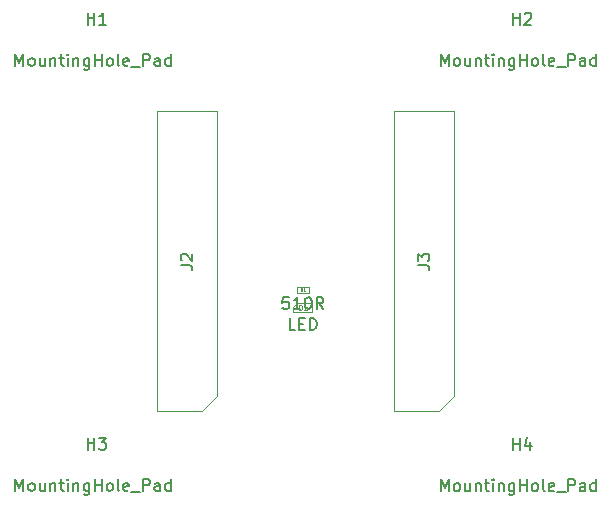
<source format=gbr>
G04 #@! TF.GenerationSoftware,KiCad,Pcbnew,(5.1.6)-1*
G04 #@! TF.CreationDate,2020-11-06T20:31:42+01:00*
G04 #@! TF.ProjectId,DynOSSAT-EDU-HeaderAdapter,44796e4f-5353-4415-942d-4544552d4865,rev?*
G04 #@! TF.SameCoordinates,Original*
G04 #@! TF.FileFunction,Other,Fab,Top*
%FSLAX46Y46*%
G04 Gerber Fmt 4.6, Leading zero omitted, Abs format (unit mm)*
G04 Created by KiCad (PCBNEW (5.1.6)-1) date 2020-11-06 20:31:42*
%MOMM*%
%LPD*%
G01*
G04 APERTURE LIST*
%ADD10C,0.100000*%
%ADD11C,0.150000*%
%ADD12C,0.060000*%
%ADD13C,0.040000*%
G04 APERTURE END LIST*
D10*
X127863600Y-116789200D02*
X126593600Y-118059200D01*
X127863600Y-92659200D02*
X127863600Y-116789200D01*
X122783600Y-92659200D02*
X127863600Y-92659200D01*
X122783600Y-118059200D02*
X122783600Y-92659200D01*
X126593600Y-118059200D02*
X122783600Y-118059200D01*
X146659600Y-118059200D02*
X142849600Y-118059200D01*
X142849600Y-118059200D02*
X142849600Y-92659200D01*
X142849600Y-92659200D02*
X147929600Y-92659200D01*
X147929600Y-92659200D02*
X147929600Y-116789200D01*
X147929600Y-116789200D02*
X146659600Y-118059200D01*
X135928000Y-109683000D02*
X135928000Y-108883000D01*
X134328000Y-109683000D02*
X135928000Y-109683000D01*
X134328000Y-109183000D02*
X134328000Y-109683000D01*
X134628000Y-108883000D02*
X134328000Y-109183000D01*
X135928000Y-108883000D02*
X134628000Y-108883000D01*
X135628000Y-108009000D02*
X134628000Y-108009000D01*
X135628000Y-107509000D02*
X135628000Y-108009000D01*
X134628000Y-107509000D02*
X135628000Y-107509000D01*
X134628000Y-108009000D02*
X134628000Y-107509000D01*
D11*
X146794571Y-88810580D02*
X146794571Y-87810580D01*
X147127904Y-88524866D01*
X147461238Y-87810580D01*
X147461238Y-88810580D01*
X148080285Y-88810580D02*
X147985047Y-88762961D01*
X147937428Y-88715342D01*
X147889809Y-88620104D01*
X147889809Y-88334390D01*
X147937428Y-88239152D01*
X147985047Y-88191533D01*
X148080285Y-88143914D01*
X148223142Y-88143914D01*
X148318380Y-88191533D01*
X148366000Y-88239152D01*
X148413619Y-88334390D01*
X148413619Y-88620104D01*
X148366000Y-88715342D01*
X148318380Y-88762961D01*
X148223142Y-88810580D01*
X148080285Y-88810580D01*
X149270761Y-88143914D02*
X149270761Y-88810580D01*
X148842190Y-88143914D02*
X148842190Y-88667723D01*
X148889809Y-88762961D01*
X148985047Y-88810580D01*
X149127904Y-88810580D01*
X149223142Y-88762961D01*
X149270761Y-88715342D01*
X149746952Y-88143914D02*
X149746952Y-88810580D01*
X149746952Y-88239152D02*
X149794571Y-88191533D01*
X149889809Y-88143914D01*
X150032666Y-88143914D01*
X150127904Y-88191533D01*
X150175523Y-88286771D01*
X150175523Y-88810580D01*
X150508857Y-88143914D02*
X150889809Y-88143914D01*
X150651714Y-87810580D02*
X150651714Y-88667723D01*
X150699333Y-88762961D01*
X150794571Y-88810580D01*
X150889809Y-88810580D01*
X151223142Y-88810580D02*
X151223142Y-88143914D01*
X151223142Y-87810580D02*
X151175523Y-87858200D01*
X151223142Y-87905819D01*
X151270761Y-87858200D01*
X151223142Y-87810580D01*
X151223142Y-87905819D01*
X151699333Y-88143914D02*
X151699333Y-88810580D01*
X151699333Y-88239152D02*
X151746952Y-88191533D01*
X151842190Y-88143914D01*
X151985047Y-88143914D01*
X152080285Y-88191533D01*
X152127904Y-88286771D01*
X152127904Y-88810580D01*
X153032666Y-88143914D02*
X153032666Y-88953438D01*
X152985047Y-89048676D01*
X152937428Y-89096295D01*
X152842190Y-89143914D01*
X152699333Y-89143914D01*
X152604095Y-89096295D01*
X153032666Y-88762961D02*
X152937428Y-88810580D01*
X152746952Y-88810580D01*
X152651714Y-88762961D01*
X152604095Y-88715342D01*
X152556476Y-88620104D01*
X152556476Y-88334390D01*
X152604095Y-88239152D01*
X152651714Y-88191533D01*
X152746952Y-88143914D01*
X152937428Y-88143914D01*
X153032666Y-88191533D01*
X153508857Y-88810580D02*
X153508857Y-87810580D01*
X153508857Y-88286771D02*
X154080285Y-88286771D01*
X154080285Y-88810580D02*
X154080285Y-87810580D01*
X154699333Y-88810580D02*
X154604095Y-88762961D01*
X154556476Y-88715342D01*
X154508857Y-88620104D01*
X154508857Y-88334390D01*
X154556476Y-88239152D01*
X154604095Y-88191533D01*
X154699333Y-88143914D01*
X154842190Y-88143914D01*
X154937428Y-88191533D01*
X154985047Y-88239152D01*
X155032666Y-88334390D01*
X155032666Y-88620104D01*
X154985047Y-88715342D01*
X154937428Y-88762961D01*
X154842190Y-88810580D01*
X154699333Y-88810580D01*
X155604095Y-88810580D02*
X155508857Y-88762961D01*
X155461238Y-88667723D01*
X155461238Y-87810580D01*
X156366000Y-88762961D02*
X156270761Y-88810580D01*
X156080285Y-88810580D01*
X155985047Y-88762961D01*
X155937428Y-88667723D01*
X155937428Y-88286771D01*
X155985047Y-88191533D01*
X156080285Y-88143914D01*
X156270761Y-88143914D01*
X156366000Y-88191533D01*
X156413619Y-88286771D01*
X156413619Y-88382009D01*
X155937428Y-88477247D01*
X156604095Y-88905819D02*
X157366000Y-88905819D01*
X157604095Y-88810580D02*
X157604095Y-87810580D01*
X157985047Y-87810580D01*
X158080285Y-87858200D01*
X158127904Y-87905819D01*
X158175523Y-88001057D01*
X158175523Y-88143914D01*
X158127904Y-88239152D01*
X158080285Y-88286771D01*
X157985047Y-88334390D01*
X157604095Y-88334390D01*
X159032666Y-88810580D02*
X159032666Y-88286771D01*
X158985047Y-88191533D01*
X158889809Y-88143914D01*
X158699333Y-88143914D01*
X158604095Y-88191533D01*
X159032666Y-88762961D02*
X158937428Y-88810580D01*
X158699333Y-88810580D01*
X158604095Y-88762961D01*
X158556476Y-88667723D01*
X158556476Y-88572485D01*
X158604095Y-88477247D01*
X158699333Y-88429628D01*
X158937428Y-88429628D01*
X159032666Y-88382009D01*
X159937428Y-88810580D02*
X159937428Y-87810580D01*
X159937428Y-88762961D02*
X159842190Y-88810580D01*
X159651714Y-88810580D01*
X159556476Y-88762961D01*
X159508857Y-88715342D01*
X159461238Y-88620104D01*
X159461238Y-88334390D01*
X159508857Y-88239152D01*
X159556476Y-88191533D01*
X159651714Y-88143914D01*
X159842190Y-88143914D01*
X159937428Y-88191533D01*
X152904095Y-85310580D02*
X152904095Y-84310580D01*
X152904095Y-84786771D02*
X153475523Y-84786771D01*
X153475523Y-85310580D02*
X153475523Y-84310580D01*
X153904095Y-84405819D02*
X153951714Y-84358200D01*
X154046952Y-84310580D01*
X154285047Y-84310580D01*
X154380285Y-84358200D01*
X154427904Y-84405819D01*
X154475523Y-84501057D01*
X154475523Y-84596295D01*
X154427904Y-84739152D01*
X153856476Y-85310580D01*
X154475523Y-85310580D01*
X146794571Y-124805580D02*
X146794571Y-123805580D01*
X147127904Y-124519866D01*
X147461238Y-123805580D01*
X147461238Y-124805580D01*
X148080285Y-124805580D02*
X147985047Y-124757961D01*
X147937428Y-124710342D01*
X147889809Y-124615104D01*
X147889809Y-124329390D01*
X147937428Y-124234152D01*
X147985047Y-124186533D01*
X148080285Y-124138914D01*
X148223142Y-124138914D01*
X148318380Y-124186533D01*
X148366000Y-124234152D01*
X148413619Y-124329390D01*
X148413619Y-124615104D01*
X148366000Y-124710342D01*
X148318380Y-124757961D01*
X148223142Y-124805580D01*
X148080285Y-124805580D01*
X149270761Y-124138914D02*
X149270761Y-124805580D01*
X148842190Y-124138914D02*
X148842190Y-124662723D01*
X148889809Y-124757961D01*
X148985047Y-124805580D01*
X149127904Y-124805580D01*
X149223142Y-124757961D01*
X149270761Y-124710342D01*
X149746952Y-124138914D02*
X149746952Y-124805580D01*
X149746952Y-124234152D02*
X149794571Y-124186533D01*
X149889809Y-124138914D01*
X150032666Y-124138914D01*
X150127904Y-124186533D01*
X150175523Y-124281771D01*
X150175523Y-124805580D01*
X150508857Y-124138914D02*
X150889809Y-124138914D01*
X150651714Y-123805580D02*
X150651714Y-124662723D01*
X150699333Y-124757961D01*
X150794571Y-124805580D01*
X150889809Y-124805580D01*
X151223142Y-124805580D02*
X151223142Y-124138914D01*
X151223142Y-123805580D02*
X151175523Y-123853200D01*
X151223142Y-123900819D01*
X151270761Y-123853200D01*
X151223142Y-123805580D01*
X151223142Y-123900819D01*
X151699333Y-124138914D02*
X151699333Y-124805580D01*
X151699333Y-124234152D02*
X151746952Y-124186533D01*
X151842190Y-124138914D01*
X151985047Y-124138914D01*
X152080285Y-124186533D01*
X152127904Y-124281771D01*
X152127904Y-124805580D01*
X153032666Y-124138914D02*
X153032666Y-124948438D01*
X152985047Y-125043676D01*
X152937428Y-125091295D01*
X152842190Y-125138914D01*
X152699333Y-125138914D01*
X152604095Y-125091295D01*
X153032666Y-124757961D02*
X152937428Y-124805580D01*
X152746952Y-124805580D01*
X152651714Y-124757961D01*
X152604095Y-124710342D01*
X152556476Y-124615104D01*
X152556476Y-124329390D01*
X152604095Y-124234152D01*
X152651714Y-124186533D01*
X152746952Y-124138914D01*
X152937428Y-124138914D01*
X153032666Y-124186533D01*
X153508857Y-124805580D02*
X153508857Y-123805580D01*
X153508857Y-124281771D02*
X154080285Y-124281771D01*
X154080285Y-124805580D02*
X154080285Y-123805580D01*
X154699333Y-124805580D02*
X154604095Y-124757961D01*
X154556476Y-124710342D01*
X154508857Y-124615104D01*
X154508857Y-124329390D01*
X154556476Y-124234152D01*
X154604095Y-124186533D01*
X154699333Y-124138914D01*
X154842190Y-124138914D01*
X154937428Y-124186533D01*
X154985047Y-124234152D01*
X155032666Y-124329390D01*
X155032666Y-124615104D01*
X154985047Y-124710342D01*
X154937428Y-124757961D01*
X154842190Y-124805580D01*
X154699333Y-124805580D01*
X155604095Y-124805580D02*
X155508857Y-124757961D01*
X155461238Y-124662723D01*
X155461238Y-123805580D01*
X156366000Y-124757961D02*
X156270761Y-124805580D01*
X156080285Y-124805580D01*
X155985047Y-124757961D01*
X155937428Y-124662723D01*
X155937428Y-124281771D01*
X155985047Y-124186533D01*
X156080285Y-124138914D01*
X156270761Y-124138914D01*
X156366000Y-124186533D01*
X156413619Y-124281771D01*
X156413619Y-124377009D01*
X155937428Y-124472247D01*
X156604095Y-124900819D02*
X157366000Y-124900819D01*
X157604095Y-124805580D02*
X157604095Y-123805580D01*
X157985047Y-123805580D01*
X158080285Y-123853200D01*
X158127904Y-123900819D01*
X158175523Y-123996057D01*
X158175523Y-124138914D01*
X158127904Y-124234152D01*
X158080285Y-124281771D01*
X157985047Y-124329390D01*
X157604095Y-124329390D01*
X159032666Y-124805580D02*
X159032666Y-124281771D01*
X158985047Y-124186533D01*
X158889809Y-124138914D01*
X158699333Y-124138914D01*
X158604095Y-124186533D01*
X159032666Y-124757961D02*
X158937428Y-124805580D01*
X158699333Y-124805580D01*
X158604095Y-124757961D01*
X158556476Y-124662723D01*
X158556476Y-124567485D01*
X158604095Y-124472247D01*
X158699333Y-124424628D01*
X158937428Y-124424628D01*
X159032666Y-124377009D01*
X159937428Y-124805580D02*
X159937428Y-123805580D01*
X159937428Y-124757961D02*
X159842190Y-124805580D01*
X159651714Y-124805580D01*
X159556476Y-124757961D01*
X159508857Y-124710342D01*
X159461238Y-124615104D01*
X159461238Y-124329390D01*
X159508857Y-124234152D01*
X159556476Y-124186533D01*
X159651714Y-124138914D01*
X159842190Y-124138914D01*
X159937428Y-124186533D01*
X152904095Y-121305580D02*
X152904095Y-120305580D01*
X152904095Y-120781771D02*
X153475523Y-120781771D01*
X153475523Y-121305580D02*
X153475523Y-120305580D01*
X154380285Y-120638914D02*
X154380285Y-121305580D01*
X154142190Y-120257961D02*
X153904095Y-120972247D01*
X154523142Y-120972247D01*
X110792571Y-124795580D02*
X110792571Y-123795580D01*
X111125904Y-124509866D01*
X111459238Y-123795580D01*
X111459238Y-124795580D01*
X112078285Y-124795580D02*
X111983047Y-124747961D01*
X111935428Y-124700342D01*
X111887809Y-124605104D01*
X111887809Y-124319390D01*
X111935428Y-124224152D01*
X111983047Y-124176533D01*
X112078285Y-124128914D01*
X112221142Y-124128914D01*
X112316380Y-124176533D01*
X112364000Y-124224152D01*
X112411619Y-124319390D01*
X112411619Y-124605104D01*
X112364000Y-124700342D01*
X112316380Y-124747961D01*
X112221142Y-124795580D01*
X112078285Y-124795580D01*
X113268761Y-124128914D02*
X113268761Y-124795580D01*
X112840190Y-124128914D02*
X112840190Y-124652723D01*
X112887809Y-124747961D01*
X112983047Y-124795580D01*
X113125904Y-124795580D01*
X113221142Y-124747961D01*
X113268761Y-124700342D01*
X113744952Y-124128914D02*
X113744952Y-124795580D01*
X113744952Y-124224152D02*
X113792571Y-124176533D01*
X113887809Y-124128914D01*
X114030666Y-124128914D01*
X114125904Y-124176533D01*
X114173523Y-124271771D01*
X114173523Y-124795580D01*
X114506857Y-124128914D02*
X114887809Y-124128914D01*
X114649714Y-123795580D02*
X114649714Y-124652723D01*
X114697333Y-124747961D01*
X114792571Y-124795580D01*
X114887809Y-124795580D01*
X115221142Y-124795580D02*
X115221142Y-124128914D01*
X115221142Y-123795580D02*
X115173523Y-123843200D01*
X115221142Y-123890819D01*
X115268761Y-123843200D01*
X115221142Y-123795580D01*
X115221142Y-123890819D01*
X115697333Y-124128914D02*
X115697333Y-124795580D01*
X115697333Y-124224152D02*
X115744952Y-124176533D01*
X115840190Y-124128914D01*
X115983047Y-124128914D01*
X116078285Y-124176533D01*
X116125904Y-124271771D01*
X116125904Y-124795580D01*
X117030666Y-124128914D02*
X117030666Y-124938438D01*
X116983047Y-125033676D01*
X116935428Y-125081295D01*
X116840190Y-125128914D01*
X116697333Y-125128914D01*
X116602095Y-125081295D01*
X117030666Y-124747961D02*
X116935428Y-124795580D01*
X116744952Y-124795580D01*
X116649714Y-124747961D01*
X116602095Y-124700342D01*
X116554476Y-124605104D01*
X116554476Y-124319390D01*
X116602095Y-124224152D01*
X116649714Y-124176533D01*
X116744952Y-124128914D01*
X116935428Y-124128914D01*
X117030666Y-124176533D01*
X117506857Y-124795580D02*
X117506857Y-123795580D01*
X117506857Y-124271771D02*
X118078285Y-124271771D01*
X118078285Y-124795580D02*
X118078285Y-123795580D01*
X118697333Y-124795580D02*
X118602095Y-124747961D01*
X118554476Y-124700342D01*
X118506857Y-124605104D01*
X118506857Y-124319390D01*
X118554476Y-124224152D01*
X118602095Y-124176533D01*
X118697333Y-124128914D01*
X118840190Y-124128914D01*
X118935428Y-124176533D01*
X118983047Y-124224152D01*
X119030666Y-124319390D01*
X119030666Y-124605104D01*
X118983047Y-124700342D01*
X118935428Y-124747961D01*
X118840190Y-124795580D01*
X118697333Y-124795580D01*
X119602095Y-124795580D02*
X119506857Y-124747961D01*
X119459238Y-124652723D01*
X119459238Y-123795580D01*
X120364000Y-124747961D02*
X120268761Y-124795580D01*
X120078285Y-124795580D01*
X119983047Y-124747961D01*
X119935428Y-124652723D01*
X119935428Y-124271771D01*
X119983047Y-124176533D01*
X120078285Y-124128914D01*
X120268761Y-124128914D01*
X120364000Y-124176533D01*
X120411619Y-124271771D01*
X120411619Y-124367009D01*
X119935428Y-124462247D01*
X120602095Y-124890819D02*
X121364000Y-124890819D01*
X121602095Y-124795580D02*
X121602095Y-123795580D01*
X121983047Y-123795580D01*
X122078285Y-123843200D01*
X122125904Y-123890819D01*
X122173523Y-123986057D01*
X122173523Y-124128914D01*
X122125904Y-124224152D01*
X122078285Y-124271771D01*
X121983047Y-124319390D01*
X121602095Y-124319390D01*
X123030666Y-124795580D02*
X123030666Y-124271771D01*
X122983047Y-124176533D01*
X122887809Y-124128914D01*
X122697333Y-124128914D01*
X122602095Y-124176533D01*
X123030666Y-124747961D02*
X122935428Y-124795580D01*
X122697333Y-124795580D01*
X122602095Y-124747961D01*
X122554476Y-124652723D01*
X122554476Y-124557485D01*
X122602095Y-124462247D01*
X122697333Y-124414628D01*
X122935428Y-124414628D01*
X123030666Y-124367009D01*
X123935428Y-124795580D02*
X123935428Y-123795580D01*
X123935428Y-124747961D02*
X123840190Y-124795580D01*
X123649714Y-124795580D01*
X123554476Y-124747961D01*
X123506857Y-124700342D01*
X123459238Y-124605104D01*
X123459238Y-124319390D01*
X123506857Y-124224152D01*
X123554476Y-124176533D01*
X123649714Y-124128914D01*
X123840190Y-124128914D01*
X123935428Y-124176533D01*
X116902095Y-121295580D02*
X116902095Y-120295580D01*
X116902095Y-120771771D02*
X117473523Y-120771771D01*
X117473523Y-121295580D02*
X117473523Y-120295580D01*
X117854476Y-120295580D02*
X118473523Y-120295580D01*
X118140190Y-120676533D01*
X118283047Y-120676533D01*
X118378285Y-120724152D01*
X118425904Y-120771771D01*
X118473523Y-120867009D01*
X118473523Y-121105104D01*
X118425904Y-121200342D01*
X118378285Y-121247961D01*
X118283047Y-121295580D01*
X117997333Y-121295580D01*
X117902095Y-121247961D01*
X117854476Y-121200342D01*
X110792571Y-88810580D02*
X110792571Y-87810580D01*
X111125904Y-88524866D01*
X111459238Y-87810580D01*
X111459238Y-88810580D01*
X112078285Y-88810580D02*
X111983047Y-88762961D01*
X111935428Y-88715342D01*
X111887809Y-88620104D01*
X111887809Y-88334390D01*
X111935428Y-88239152D01*
X111983047Y-88191533D01*
X112078285Y-88143914D01*
X112221142Y-88143914D01*
X112316380Y-88191533D01*
X112364000Y-88239152D01*
X112411619Y-88334390D01*
X112411619Y-88620104D01*
X112364000Y-88715342D01*
X112316380Y-88762961D01*
X112221142Y-88810580D01*
X112078285Y-88810580D01*
X113268761Y-88143914D02*
X113268761Y-88810580D01*
X112840190Y-88143914D02*
X112840190Y-88667723D01*
X112887809Y-88762961D01*
X112983047Y-88810580D01*
X113125904Y-88810580D01*
X113221142Y-88762961D01*
X113268761Y-88715342D01*
X113744952Y-88143914D02*
X113744952Y-88810580D01*
X113744952Y-88239152D02*
X113792571Y-88191533D01*
X113887809Y-88143914D01*
X114030666Y-88143914D01*
X114125904Y-88191533D01*
X114173523Y-88286771D01*
X114173523Y-88810580D01*
X114506857Y-88143914D02*
X114887809Y-88143914D01*
X114649714Y-87810580D02*
X114649714Y-88667723D01*
X114697333Y-88762961D01*
X114792571Y-88810580D01*
X114887809Y-88810580D01*
X115221142Y-88810580D02*
X115221142Y-88143914D01*
X115221142Y-87810580D02*
X115173523Y-87858200D01*
X115221142Y-87905819D01*
X115268761Y-87858200D01*
X115221142Y-87810580D01*
X115221142Y-87905819D01*
X115697333Y-88143914D02*
X115697333Y-88810580D01*
X115697333Y-88239152D02*
X115744952Y-88191533D01*
X115840190Y-88143914D01*
X115983047Y-88143914D01*
X116078285Y-88191533D01*
X116125904Y-88286771D01*
X116125904Y-88810580D01*
X117030666Y-88143914D02*
X117030666Y-88953438D01*
X116983047Y-89048676D01*
X116935428Y-89096295D01*
X116840190Y-89143914D01*
X116697333Y-89143914D01*
X116602095Y-89096295D01*
X117030666Y-88762961D02*
X116935428Y-88810580D01*
X116744952Y-88810580D01*
X116649714Y-88762961D01*
X116602095Y-88715342D01*
X116554476Y-88620104D01*
X116554476Y-88334390D01*
X116602095Y-88239152D01*
X116649714Y-88191533D01*
X116744952Y-88143914D01*
X116935428Y-88143914D01*
X117030666Y-88191533D01*
X117506857Y-88810580D02*
X117506857Y-87810580D01*
X117506857Y-88286771D02*
X118078285Y-88286771D01*
X118078285Y-88810580D02*
X118078285Y-87810580D01*
X118697333Y-88810580D02*
X118602095Y-88762961D01*
X118554476Y-88715342D01*
X118506857Y-88620104D01*
X118506857Y-88334390D01*
X118554476Y-88239152D01*
X118602095Y-88191533D01*
X118697333Y-88143914D01*
X118840190Y-88143914D01*
X118935428Y-88191533D01*
X118983047Y-88239152D01*
X119030666Y-88334390D01*
X119030666Y-88620104D01*
X118983047Y-88715342D01*
X118935428Y-88762961D01*
X118840190Y-88810580D01*
X118697333Y-88810580D01*
X119602095Y-88810580D02*
X119506857Y-88762961D01*
X119459238Y-88667723D01*
X119459238Y-87810580D01*
X120364000Y-88762961D02*
X120268761Y-88810580D01*
X120078285Y-88810580D01*
X119983047Y-88762961D01*
X119935428Y-88667723D01*
X119935428Y-88286771D01*
X119983047Y-88191533D01*
X120078285Y-88143914D01*
X120268761Y-88143914D01*
X120364000Y-88191533D01*
X120411619Y-88286771D01*
X120411619Y-88382009D01*
X119935428Y-88477247D01*
X120602095Y-88905819D02*
X121364000Y-88905819D01*
X121602095Y-88810580D02*
X121602095Y-87810580D01*
X121983047Y-87810580D01*
X122078285Y-87858200D01*
X122125904Y-87905819D01*
X122173523Y-88001057D01*
X122173523Y-88143914D01*
X122125904Y-88239152D01*
X122078285Y-88286771D01*
X121983047Y-88334390D01*
X121602095Y-88334390D01*
X123030666Y-88810580D02*
X123030666Y-88286771D01*
X122983047Y-88191533D01*
X122887809Y-88143914D01*
X122697333Y-88143914D01*
X122602095Y-88191533D01*
X123030666Y-88762961D02*
X122935428Y-88810580D01*
X122697333Y-88810580D01*
X122602095Y-88762961D01*
X122554476Y-88667723D01*
X122554476Y-88572485D01*
X122602095Y-88477247D01*
X122697333Y-88429628D01*
X122935428Y-88429628D01*
X123030666Y-88382009D01*
X123935428Y-88810580D02*
X123935428Y-87810580D01*
X123935428Y-88762961D02*
X123840190Y-88810580D01*
X123649714Y-88810580D01*
X123554476Y-88762961D01*
X123506857Y-88715342D01*
X123459238Y-88620104D01*
X123459238Y-88334390D01*
X123506857Y-88239152D01*
X123554476Y-88191533D01*
X123649714Y-88143914D01*
X123840190Y-88143914D01*
X123935428Y-88191533D01*
X116902095Y-85310580D02*
X116902095Y-84310580D01*
X116902095Y-84786771D02*
X117473523Y-84786771D01*
X117473523Y-85310580D02*
X117473523Y-84310580D01*
X118473523Y-85310580D02*
X117902095Y-85310580D01*
X118187809Y-85310580D02*
X118187809Y-84310580D01*
X118092571Y-84453438D01*
X117997333Y-84548676D01*
X117902095Y-84596295D01*
X124775980Y-105692533D02*
X125490266Y-105692533D01*
X125633123Y-105740152D01*
X125728361Y-105835390D01*
X125775980Y-105978247D01*
X125775980Y-106073485D01*
X124871219Y-105263961D02*
X124823600Y-105216342D01*
X124775980Y-105121104D01*
X124775980Y-104883009D01*
X124823600Y-104787771D01*
X124871219Y-104740152D01*
X124966457Y-104692533D01*
X125061695Y-104692533D01*
X125204552Y-104740152D01*
X125775980Y-105311580D01*
X125775980Y-104692533D01*
X144841980Y-105692533D02*
X145556266Y-105692533D01*
X145699123Y-105740152D01*
X145794361Y-105835390D01*
X145841980Y-105978247D01*
X145841980Y-106073485D01*
X144841980Y-105311580D02*
X144841980Y-104692533D01*
X145222933Y-105025866D01*
X145222933Y-104883009D01*
X145270552Y-104787771D01*
X145318171Y-104740152D01*
X145413409Y-104692533D01*
X145651504Y-104692533D01*
X145746742Y-104740152D01*
X145794361Y-104787771D01*
X145841980Y-104883009D01*
X145841980Y-105168723D01*
X145794361Y-105263961D01*
X145746742Y-105311580D01*
X134485142Y-111165380D02*
X134008952Y-111165380D01*
X134008952Y-110165380D01*
X134818476Y-110641571D02*
X135151809Y-110641571D01*
X135294666Y-111165380D02*
X134818476Y-111165380D01*
X134818476Y-110165380D01*
X135294666Y-110165380D01*
X135723238Y-111165380D02*
X135723238Y-110165380D01*
X135961333Y-110165380D01*
X136104190Y-110213000D01*
X136199428Y-110308238D01*
X136247047Y-110403476D01*
X136294666Y-110593952D01*
X136294666Y-110736809D01*
X136247047Y-110927285D01*
X136199428Y-111022523D01*
X136104190Y-111117761D01*
X135961333Y-111165380D01*
X135723238Y-111165380D01*
D12*
X134832761Y-109463952D02*
X134832761Y-109063952D01*
X134928000Y-109063952D01*
X134985142Y-109083000D01*
X135023238Y-109121095D01*
X135042285Y-109159190D01*
X135061333Y-109235380D01*
X135061333Y-109292523D01*
X135042285Y-109368714D01*
X135023238Y-109406809D01*
X134985142Y-109444904D01*
X134928000Y-109463952D01*
X134832761Y-109463952D01*
X135442285Y-109463952D02*
X135213714Y-109463952D01*
X135328000Y-109463952D02*
X135328000Y-109063952D01*
X135289904Y-109121095D01*
X135251809Y-109159190D01*
X135213714Y-109178238D01*
D11*
X133913714Y-108381380D02*
X133437523Y-108381380D01*
X133389904Y-108857571D01*
X133437523Y-108809952D01*
X133532761Y-108762333D01*
X133770857Y-108762333D01*
X133866095Y-108809952D01*
X133913714Y-108857571D01*
X133961333Y-108952809D01*
X133961333Y-109190904D01*
X133913714Y-109286142D01*
X133866095Y-109333761D01*
X133770857Y-109381380D01*
X133532761Y-109381380D01*
X133437523Y-109333761D01*
X133389904Y-109286142D01*
X134913714Y-109381380D02*
X134342285Y-109381380D01*
X134628000Y-109381380D02*
X134628000Y-108381380D01*
X134532761Y-108524238D01*
X134437523Y-108619476D01*
X134342285Y-108667095D01*
X135532761Y-108381380D02*
X135628000Y-108381380D01*
X135723238Y-108429000D01*
X135770857Y-108476619D01*
X135818476Y-108571857D01*
X135866095Y-108762333D01*
X135866095Y-109000428D01*
X135818476Y-109190904D01*
X135770857Y-109286142D01*
X135723238Y-109333761D01*
X135628000Y-109381380D01*
X135532761Y-109381380D01*
X135437523Y-109333761D01*
X135389904Y-109286142D01*
X135342285Y-109190904D01*
X135294666Y-109000428D01*
X135294666Y-108762333D01*
X135342285Y-108571857D01*
X135389904Y-108476619D01*
X135437523Y-108429000D01*
X135532761Y-108381380D01*
X136866095Y-109381380D02*
X136532761Y-108905190D01*
X136294666Y-109381380D02*
X136294666Y-108381380D01*
X136675619Y-108381380D01*
X136770857Y-108429000D01*
X136818476Y-108476619D01*
X136866095Y-108571857D01*
X136866095Y-108714714D01*
X136818476Y-108809952D01*
X136770857Y-108857571D01*
X136675619Y-108905190D01*
X136294666Y-108905190D01*
D13*
X135086333Y-107872095D02*
X135003000Y-107753047D01*
X134943476Y-107872095D02*
X134943476Y-107622095D01*
X135038714Y-107622095D01*
X135062523Y-107634000D01*
X135074428Y-107645904D01*
X135086333Y-107669714D01*
X135086333Y-107705428D01*
X135074428Y-107729238D01*
X135062523Y-107741142D01*
X135038714Y-107753047D01*
X134943476Y-107753047D01*
X135324428Y-107872095D02*
X135181571Y-107872095D01*
X135253000Y-107872095D02*
X135253000Y-107622095D01*
X135229190Y-107657809D01*
X135205380Y-107681619D01*
X135181571Y-107693523D01*
M02*

</source>
